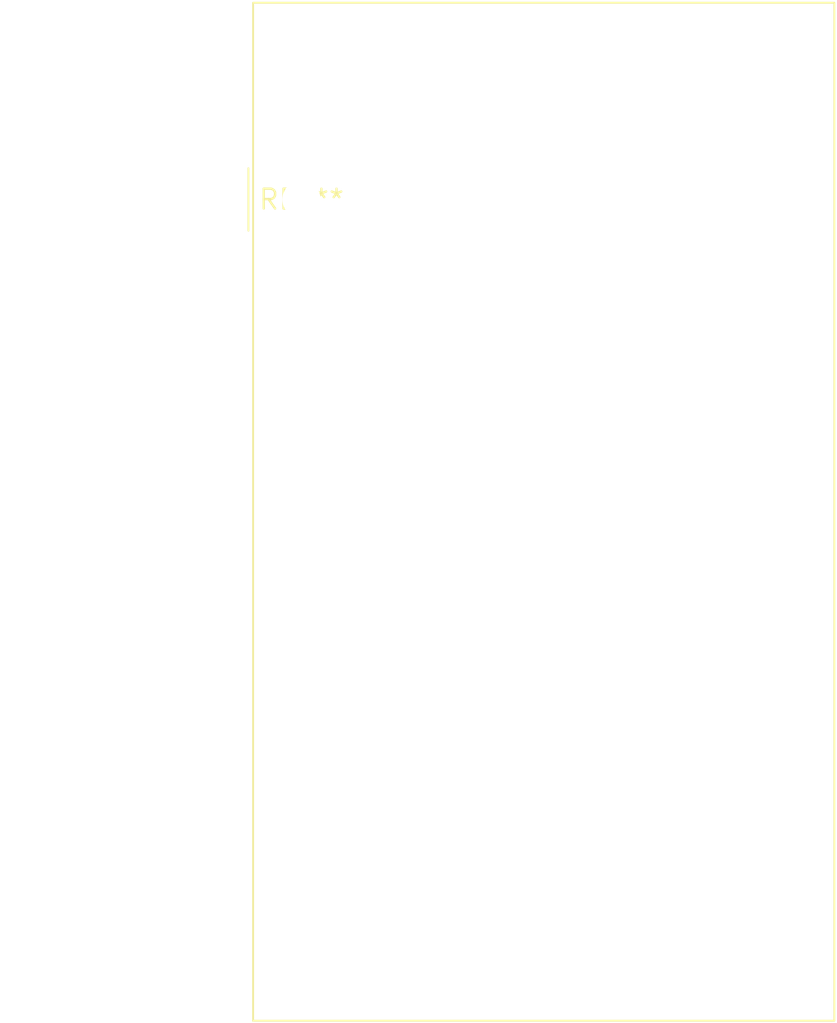
<source format=kicad_pcb>
(kicad_pcb (version 20240108) (generator pcbnew)
  (layers (0 "F.Cu" signal) (31 "B.Cu" signal) (34 "B.Paste" user) (35 "F.Paste" user) (36 "B.SilkS" user "B.Silkscreen") (37 "F.SilkS" user "F.Silkscreen") (38 "B.Mask" user) (39 "F.Mask" user) (44 "Edge.Cuts" user))
  (net 0 "")
  (footprint "L_CommonMode_TDK_B82747E6253A040" (layer "F.Cu") (at 0 0)
    (property "Reference" "REF**")
    (property "Value" "L_CommonMode_TDK_B82747E6253A040")
    (fp_line (start -3.4 -2) (end -3.4 2) (layer "F.SilkS") (stroke (width 0.12)))
    (fp_rect (start -3.1 52.6) (end 34.1 -12.6) (layer "F.SilkS") (stroke (width 0.12)) (fill none))
    (pad "1" thru_hole roundrect (at 0 0 90) (size 4 4) (drill 2.44) (layers *.Cu *.Mask) (remove_unused_layers))
    (pad "2" thru_hole circle (at 0 20 90) (size 4 4) (drill 2.44) (layers *.Cu *.Mask) (remove_unused_layers))
    (pad "3" thru_hole circle (at 0 40 90) (size 4 4) (drill 2.44) (layers *.Cu *.Mask) (remove_unused_layers))
    (pad "4" thru_hole circle (at 31 40 90) (size 4 4) (drill 2.44) (layers *.Cu *.Mask) (remove_unused_layers))
    (pad "5" thru_hole circle (at 31 20 90) (size 4 4) (drill 2.44) (layers *.Cu *.Mask) (remove_unused_layers))
    (pad "6" thru_hole circle (at 31 0 90) (size 4 4) (drill 2.44) (layers *.Cu *.Mask) (remove_unused_layers))
  )
)
</source>
